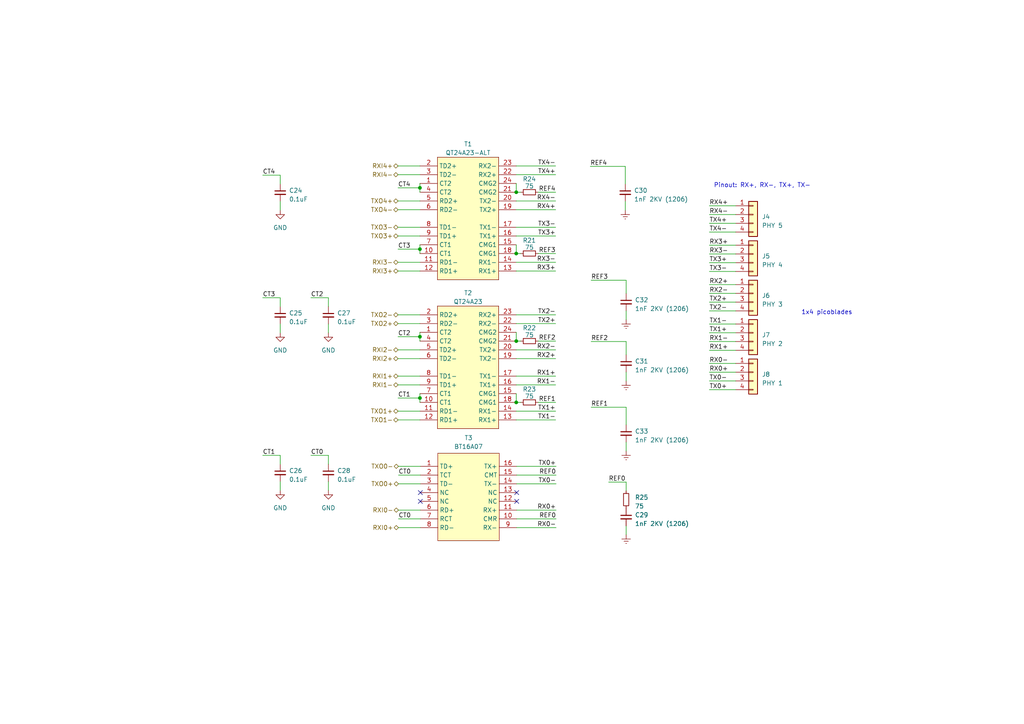
<source format=kicad_sch>
(kicad_sch (version 20230819) (generator eeschema)
  (paper "A4")
  (title_block (title "MUREX Ethernet Switch") (date "2023-09-01") (rev "V1.0") (company "MUREX Robotics [Byran Huang and Max Liu]") (comment 1 "utilizing the IC Plus IP175G and external magnetics") (comment 2 "Ultra-compact 5 port unmanaged ethernet switch") (comment 3 "// TECHNOLOGY FOR ALL.") (comment 4 "// ATTEMPT THE IMPOSSIBLE."))
  (lib_symbols
    (symbol "Connector_Generic:Conn_01x04" (pin_names (offset 1.016) hide)
      (property "Reference" "J" (at 0 5.08 0))
      (property "Value" "Conn_01x04" (at 0 -7.62 0))
      (symbol "Conn_01x04_1_1"
        (rectangle (start -1.27 -4.953) (end 0 -5.207) (stroke (width 0.1524)))
        (rectangle (start -1.27 -2.413) (end 0 -2.667) (stroke (width 0.1524)))
        (rectangle (start -1.27 0.127) (end 0 -0.127) (stroke (width 0.1524)))
        (rectangle (start -1.27 2.667) (end 0 2.413) (stroke (width 0.1524)))
        (rectangle (start -1.27 3.81) (end 1.27 -6.35) (stroke (width 0.254)) (fill (type background)))
        (pin passive line (at -5.08 2.54 0) (length 3.81) (name "Pin_1") (number "1"))
        (pin passive line (at -5.08 0 0) (length 3.81) (name "Pin_2") (number "2"))
        (pin passive line (at -5.08 -2.54 0) (length 3.81) (name "Pin_3") (number "3"))
        (pin passive line (at -5.08 -5.08 0) (length 3.81) (name "Pin_4") (number "4"))
      )
    )
    (symbol "Device:C_Small" (pin_numbers hide) (pin_names (offset 0.254) hide)
      (property "Reference" "C" (at 0.254 1.778 0))
      (property "Value" "C_Small" (at 0.254 -2.032 0))
      (symbol "C_Small_0_1"
        (polyline (pts (xy -1.524 -0.508) (xy 1.524 -0.508)) (stroke (width 0.3302)))
        (polyline (pts (xy -1.524 0.508) (xy 1.524 0.508)) (stroke (width 0.3048)))
      )
      (symbol "C_Small_1_1"
        (pin passive line (at 0 2.54 270) (length 2.032) (name "~") (number "1"))
        (pin passive line (at 0 -2.54 90) (length 2.032) (name "~") (number "2"))
      )
    )
    (symbol "Device:R_Small" (pin_numbers hide) (pin_names (offset 0.254) hide)
      (property "Reference" "R" (at 0.762 0.508 0))
      (property "Value" "R_Small" (at 0.762 -1.016 0))
      (symbol "R_Small_0_1"
        (rectangle (start -0.762 1.778) (end 0.762 -1.778) (stroke (width 0.2032)))
      )
      (symbol "R_Small_1_1"
        (pin passive line (at 0 2.54 270) (length 0.762) (name "~") (number "1"))
        (pin passive line (at 0 -2.54 90) (length 0.762) (name "~") (number "2"))
      )
    )
    (symbol "magnetics:dual-transformer"
      (property "Reference" "T" (at -7.62 19.05 0))
      (property "Value" "QT24A23" (at 0 -19.05 0))
      (symbol "dual-transformer_1_0"
        (pin unspecified line (at -13.97 10.16 0) (length 5.08) (name "CT2") (number "1"))
        (pin unspecified line (at -13.97 -10.16 0) (length 5.08) (name "CT1") (number "10"))
        (pin unspecified line (at -13.97 -12.7 0) (length 5.08) (name "RD1-") (number "11"))
        (pin unspecified line (at -13.97 -15.24 0) (length 5.08) (name "RD1+") (number "12"))
        (pin unspecified line (at 13.97 -15.24 180) (length 5.08) (name "RX1+") (number "13"))
        (pin unspecified line (at 13.97 -12.7 180) (length 5.08) (name "RX1-") (number "14"))
        (pin unspecified line (at 13.97 -7.62 180) (length 5.08) (name "CMG1") (number "15"))
        (pin unspecified line (at 13.97 -5.08 180) (length 5.08) (name "TX1+") (number "16"))
        (pin unspecified line (at 13.97 -2.54 180) (length 5.08) (name "TX1-") (number "17"))
        (pin unspecified line (at 13.97 -10.16 180) (length 5.08) (name "CMG1") (number "18"))
        (pin unspecified line (at 13.97 2.54 180) (length 5.08) (name "TX2-") (number "19"))
        (pin unspecified line (at -13.97 15.24 0) (length 5.08) (name "RD2+") (number "2"))
        (pin unspecified line (at 13.97 5.08 180) (length 5.08) (name "TX2+") (number "20"))
        (pin unspecified line (at 13.97 7.62 180) (length 5.08) (name "CMG2") (number "21"))
        (pin unspecified line (at 13.97 12.7 180) (length 5.08) (name "RX2-") (number "22"))
        (pin unspecified line (at 13.97 15.24 180) (length 5.08) (name "RX2+") (number "23"))
        (pin unspecified line (at 13.97 10.16 180) (length 5.08) (name "CMG2") (number "24"))
        (pin unspecified line (at -13.97 12.7 0) (length 5.08) (name "RD2-") (number "3"))
        (pin unspecified line (at -13.97 7.62 0) (length 5.08) (name "CT2") (number "4"))
        (pin unspecified line (at -13.97 5.08 0) (length 5.08) (name "TD2+") (number "5"))
        (pin unspecified line (at -13.97 2.54 0) (length 5.08) (name "TD2-") (number "6"))
        (pin unspecified line (at -13.97 -7.62 0) (length 5.08) (name "CT1") (number "7"))
        (pin unspecified line (at -13.97 -2.54 0) (length 5.08) (name "TD1-") (number "8"))
        (pin unspecified line (at -13.97 -5.08 0) (length 5.08) (name "TD1+") (number "9"))
      )
      (symbol "dual-transformer_1_1"
        (rectangle (start -8.89 17.78) (end 8.89 -17.78) (fill (type background)))
      )
    )
    (symbol "magnetics:dual-transformer-2"
      (property "Reference" "T" (at -7.62 19.05 0))
      (property "Value" "QT24A23-ALT" (at 0 -19.05 0))
      (symbol "dual-transformer-2_1_0"
        (pin unspecified line (at -13.97 10.16 0) (length 5.08) (name "CT2") (number "1"))
        (pin unspecified line (at -13.97 -10.16 0) (length 5.08) (name "CT1") (number "10"))
        (pin unspecified line (at -13.97 -12.7 0) (length 5.08) (name "RD1-") (number "11"))
        (pin unspecified line (at -13.97 -15.24 0) (length 5.08) (name "RD1+") (number "12"))
        (pin unspecified line (at 13.97 -15.24 180) (length 5.08) (name "RX1+") (number "13"))
        (pin unspecified line (at 13.97 -12.7 180) (length 5.08) (name "RX1-") (number "14"))
        (pin unspecified line (at 13.97 -7.62 180) (length 5.08) (name "CMG1") (number "15"))
        (pin unspecified line (at 13.97 -5.08 180) (length 5.08) (name "TX1+") (number "16"))
        (pin unspecified line (at 13.97 -2.54 180) (length 5.08) (name "TX1-") (number "17"))
        (pin unspecified line (at 13.97 -10.16 180) (length 5.08) (name "CMG1") (number "18"))
        (pin unspecified line (at 13.97 2.54 180) (length 5.08) (name "TX2+") (number "19"))
        (pin unspecified line (at -13.97 15.24 0) (length 5.08) (name "TD2+") (number "2"))
        (pin unspecified line (at 13.97 5.08 180) (length 5.08) (name "TX2-") (number "20"))
        (pin unspecified line (at 13.97 7.62 180) (length 5.08) (name "CMG2") (number "21"))
        (pin unspecified line (at 13.97 12.7 180) (length 5.08) (name "RX2+") (number "22"))
        (pin unspecified line (at 13.97 15.24 180) (length 5.08) (name "RX2-") (number "23"))
        (pin unspecified line (at 13.97 10.16 180) (length 5.08) (name "CMG2") (number "24"))
        (pin unspecified line (at -13.97 12.7 0) (length 5.08) (name "TD2-") (number "3"))
        (pin unspecified line (at -13.97 7.62 0) (length 5.08) (name "CT2") (number "4"))
        (pin unspecified line (at -13.97 5.08 0) (length 5.08) (name "RD2+") (number "5"))
        (pin unspecified line (at -13.97 2.54 0) (length 5.08) (name "RD2-") (number "6"))
        (pin unspecified line (at -13.97 -7.62 0) (length 5.08) (name "CT1") (number "7"))
        (pin unspecified line (at -13.97 -2.54 0) (length 5.08) (name "TD1-") (number "8"))
        (pin unspecified line (at -13.97 -5.08 0) (length 5.08) (name "TD1+") (number "9"))
      )
      (symbol "dual-transformer-2_1_1"
        (rectangle (start -8.89 17.78) (end 8.89 -17.78) (fill (type background)))
      )
    )
    (symbol "magnetics:single-transformer"
      (property "Reference" "U" (at -7.62 13.97 0))
      (property "Value" "BT16A07" (at 0 -15.24 0))
      (symbol "single-transformer_1_0"
        (pin unspecified line (at -13.97 8.89 0) (length 5.08) (name "TD+") (number "1"))
        (pin unspecified line (at 13.97 -6.35 180) (length 5.08) (name "CMR") (number "10"))
        (pin unspecified line (at 13.97 -3.81 180) (length 5.08) (name "RX+") (number "11"))
        (pin unspecified line (at 13.97 -1.27 180) (length 5.08) (name "NC") (number "12"))
        (pin unspecified line (at 13.97 1.27 180) (length 5.08) (name "NC") (number "13"))
        (pin unspecified line (at 13.97 3.81 180) (length 5.08) (name "TX-") (number "14"))
        (pin unspecified line (at 13.97 6.35 180) (length 5.08) (name "CMT") (number "15"))
        (pin unspecified line (at 13.97 8.89 180) (length 5.08) (name "TX+") (number "16"))
        (pin unspecified line (at -13.97 6.35 0) (length 5.08) (name "TCT") (number "2"))
        (pin unspecified line (at -13.97 3.81 0) (length 5.08) (name "TD-") (number "3"))
        (pin unspecified line (at -13.97 1.27 0) (length 5.08) (name "NC") (number "4"))
        (pin unspecified line (at -13.97 -1.27 0) (length 5.08) (name "NC") (number "5"))
        (pin unspecified line (at -13.97 -3.81 0) (length 5.08) (name "RD+") (number "6"))
        (pin unspecified line (at -13.97 -6.35 0) (length 5.08) (name "RCT") (number "7"))
        (pin unspecified line (at -13.97 -8.89 0) (length 5.08) (name "RD-") (number "8"))
        (pin unspecified line (at 13.97 -8.89 180) (length 5.08) (name "RX-") (number "9"))
      )
      (symbol "single-transformer_1_1"
        (rectangle (start -8.89 12.7) (end 8.89 -12.7) (fill (type background)))
      )
    )
    (symbol "power:Earth" (power) (pin_names (offset 0))
      (symbol "Earth_0_1"
        (polyline (pts (xy -0.635 -1.905) (xy 0.635 -1.905)))
        (polyline (pts (xy -0.127 -2.54) (xy 0.127 -2.54)))
        (polyline (pts (xy 0 -1.27) (xy 0 0)))
        (polyline (pts (xy 1.27 -1.27) (xy -1.27 -1.27)))
      )
      (symbol "Earth_1_1"
        (pin power_in line (at 0 0 270) (length 0) hide (name "Earth") (number "1"))
      )
    )
    (symbol "power:GND" (power) (pin_names (offset 0))
      (property "Value" "GND" (at 0 -3.81 0))
      (symbol "GND_0_1"
        (polyline (pts (xy 0 0) (xy 0 -1.27) (xy 1.27 -1.27) (xy 0 -2.54) (xy -1.27 -1.27) (xy 0 -1.27)))
      )
      (symbol "GND_1_1"
        (pin power_in line (at 0 0 270) (length 0) hide (name "GND") (number "1"))
      )
    )
  )
  (junction (at 149.733 98.933))
  (junction (at 149.733 73.533))
  (junction (at 121.793 72.263))
  (junction (at 149.733 116.713))
  (junction (at 121.793 115.443))
  (junction (at 149.733 55.753))
  (junction (at 121.793 97.663))
  (junction (at 121.793 54.483))
  (no_connect (at 121.92 142.875))
  (no_connect (at 149.86 142.875))
  (no_connect (at 149.86 145.415))
  (no_connect (at 121.92 145.415))
  (wire (pts (xy 181.61 118.11) (xy 181.61 123.19)))
  (wire (pts (xy 156.083 73.533) (xy 161.163 73.533)))
  (wire (pts (xy 115.443 58.293) (xy 121.793 58.293)))
  (wire (pts (xy 205.74 87.63) (xy 213.36 87.63)))
  (wire (pts (xy 76.2 50.8) (xy 81.28 50.8)))
  (wire (pts (xy 151.003 116.713) (xy 149.733 116.713)))
  (wire (pts (xy 151.003 98.933) (xy 149.733 98.933)))
  (wire (pts (xy 181.356 58.42) (xy 181.356 60.96)))
  (wire (pts (xy 149.86 147.955) (xy 161.29 147.955)))
  (wire (pts (xy 121.793 72.263) (xy 121.793 73.533)))
  (wire (pts (xy 115.443 54.483) (xy 121.793 54.483)))
  (wire (pts (xy 115.443 48.133) (xy 121.793 48.133)))
  (wire (pts (xy 76.2 86.36) (xy 81.28 86.36)))
  (wire (pts (xy 171.45 99.06) (xy 181.61 99.06)))
  (wire (pts (xy 149.733 58.293) (xy 161.163 58.293)))
  (wire (pts (xy 205.74 64.77) (xy 213.36 64.77)))
  (wire (pts (xy 149.733 48.133) (xy 161.163 48.133)))
  (wire (pts (xy 205.74 93.98) (xy 213.36 93.98)))
  (wire (pts (xy 205.74 113.03) (xy 213.36 113.03)))
  (wire (pts (xy 205.74 101.6) (xy 213.36 101.6)))
  (wire (pts (xy 95.25 139.7) (xy 95.25 142.24)))
  (wire (pts (xy 205.74 76.2) (xy 213.36 76.2)))
  (wire (pts (xy 149.733 93.853) (xy 161.163 93.853)))
  (wire (pts (xy 205.74 73.66) (xy 213.36 73.66)))
  (wire (pts (xy 181.61 139.827) (xy 181.61 142.367)))
  (wire (pts (xy 115.443 93.853) (xy 121.793 93.853)))
  (wire (pts (xy 181.61 81.28) (xy 181.61 85.09)))
  (wire (pts (xy 81.28 50.8) (xy 81.28 53.34)))
  (wire (pts (xy 149.733 73.533) (xy 151.003 73.533)))
  (wire (pts (xy 76.2 132.08) (xy 81.28 132.08)))
  (wire (pts (xy 181.61 99.06) (xy 181.61 102.87)))
  (wire (pts (xy 149.733 111.633) (xy 161.163 111.633)))
  (wire (pts (xy 115.443 97.663) (xy 121.793 97.663)))
  (wire (pts (xy 121.793 70.993) (xy 121.793 72.263)))
  (wire (pts (xy 149.86 140.335) (xy 161.29 140.335)))
  (wire (pts (xy 205.74 62.23) (xy 213.36 62.23)))
  (wire (pts (xy 81.28 58.42) (xy 81.28 60.96)))
  (wire (pts (xy 121.793 54.483) (xy 121.793 55.753)))
  (wire (pts (xy 149.733 109.093) (xy 161.163 109.093)))
  (wire (pts (xy 115.443 65.913) (xy 121.793 65.913)))
  (wire (pts (xy 205.74 105.41) (xy 213.36 105.41)))
  (wire (pts (xy 81.28 86.36) (xy 81.28 88.9)))
  (wire (pts (xy 121.793 53.213) (xy 121.793 54.483)))
  (wire (pts (xy 149.733 121.793) (xy 161.163 121.793)))
  (wire (pts (xy 149.733 91.313) (xy 161.163 91.313)))
  (wire (pts (xy 149.733 116.713) (xy 149.733 114.173)))
  (wire (pts (xy 205.74 107.95) (xy 213.36 107.95)))
  (wire (pts (xy 149.86 137.795) (xy 161.29 137.795)))
  (wire (pts (xy 81.28 139.7) (xy 81.28 142.24)))
  (wire (pts (xy 149.733 50.673) (xy 161.163 50.673)))
  (wire (pts (xy 181.61 90.17) (xy 181.61 92.71)))
  (wire (pts (xy 205.74 71.12) (xy 213.36 71.12)))
  (wire (pts (xy 121.793 115.443) (xy 121.793 116.713)))
  (wire (pts (xy 205.74 82.55) (xy 213.36 82.55)))
  (wire (pts (xy 121.793 114.173) (xy 121.793 115.443)))
  (wire (pts (xy 205.74 110.49) (xy 213.36 110.49)))
  (wire (pts (xy 121.793 97.663) (xy 121.793 98.933)))
  (wire (pts (xy 149.733 96.393) (xy 149.733 98.933)))
  (wire (pts (xy 81.28 132.08) (xy 81.28 134.62)))
  (wire (pts (xy 181.356 48.26) (xy 181.356 53.34)))
  (wire (pts (xy 149.86 150.495) (xy 161.29 150.495)))
  (wire (pts (xy 156.083 116.713) (xy 161.163 116.713)))
  (wire (pts (xy 205.74 96.52) (xy 213.36 96.52)))
  (wire (pts (xy 149.733 119.253) (xy 161.163 119.253)))
  (wire (pts (xy 115.57 137.795) (xy 121.92 137.795)))
  (wire (pts (xy 115.57 147.955) (xy 121.92 147.955)))
  (wire (pts (xy 149.733 101.473) (xy 161.163 101.473)))
  (wire (pts (xy 90.17 86.36) (xy 95.25 86.36)))
  (wire (pts (xy 115.443 104.013) (xy 121.793 104.013)))
  (wire (pts (xy 176.53 139.827) (xy 181.61 139.827)))
  (wire (pts (xy 115.443 109.093) (xy 121.793 109.093)))
  (wire (pts (xy 115.443 101.473) (xy 121.793 101.473)))
  (wire (pts (xy 115.443 72.263) (xy 121.793 72.263)))
  (wire (pts (xy 149.733 55.753) (xy 151.003 55.753)))
  (wire (pts (xy 115.57 153.035) (xy 121.92 153.035)))
  (wire (pts (xy 205.74 67.31) (xy 213.36 67.31)))
  (wire (pts (xy 149.733 78.613) (xy 161.163 78.613)))
  (wire (pts (xy 115.443 60.833) (xy 121.793 60.833)))
  (wire (pts (xy 81.28 93.98) (xy 81.28 96.52)))
  (wire (pts (xy 95.25 132.08) (xy 95.25 134.62)))
  (wire (pts (xy 205.74 59.69) (xy 213.36 59.69)))
  (wire (pts (xy 149.733 70.993) (xy 149.733 73.533)))
  (wire (pts (xy 115.443 121.793) (xy 121.793 121.793)))
  (wire (pts (xy 205.74 78.74) (xy 213.36 78.74)))
  (wire (pts (xy 115.443 119.253) (xy 121.793 119.253)))
  (wire (pts (xy 149.733 104.013) (xy 161.163 104.013)))
  (wire (pts (xy 115.57 140.335) (xy 121.92 140.335)))
  (wire (pts (xy 149.86 135.255) (xy 161.29 135.255)))
  (wire (pts (xy 171.45 118.11) (xy 181.61 118.11)))
  (wire (pts (xy 205.74 90.17) (xy 213.36 90.17)))
  (wire (pts (xy 115.57 135.255) (xy 121.92 135.255)))
  (wire (pts (xy 115.443 111.633) (xy 121.793 111.633)))
  (wire (pts (xy 95.25 93.98) (xy 95.25 96.52)))
  (wire (pts (xy 156.083 98.933) (xy 161.163 98.933)))
  (wire (pts (xy 171.45 81.28) (xy 181.61 81.28)))
  (wire (pts (xy 115.443 68.453) (xy 121.793 68.453)))
  (wire (pts (xy 205.74 85.09) (xy 213.36 85.09)))
  (wire (pts (xy 149.733 76.073) (xy 161.163 76.073)))
  (wire (pts (xy 115.443 115.443) (xy 121.793 115.443)))
  (wire (pts (xy 149.733 53.213) (xy 149.733 55.753)))
  (wire (pts (xy 115.443 91.313) (xy 121.793 91.313)))
  (wire (pts (xy 115.443 78.613) (xy 121.793 78.613)))
  (wire (pts (xy 149.733 60.833) (xy 161.163 60.833)))
  (wire (pts (xy 115.443 50.673) (xy 121.793 50.673)))
  (wire (pts (xy 205.74 99.06) (xy 213.36 99.06)))
  (wire (pts (xy 90.17 132.08) (xy 95.25 132.08)))
  (wire (pts (xy 171.196 48.26) (xy 181.356 48.26)))
  (wire (pts (xy 181.61 107.95) (xy 181.61 110.49)))
  (wire (pts (xy 115.443 76.073) (xy 121.793 76.073)))
  (wire (pts (xy 156.083 55.753) (xy 161.163 55.753)))
  (wire (pts (xy 181.61 128.27) (xy 181.61 130.81)))
  (wire (pts (xy 181.61 152.527) (xy 181.61 155.067)))
  (wire (pts (xy 149.86 153.035) (xy 161.29 153.035)))
  (wire (pts (xy 149.733 68.453) (xy 161.163 68.453)))
  (wire (pts (xy 121.793 96.393) (xy 121.793 97.663)))
  (wire (pts (xy 95.25 86.36) (xy 95.25 88.9)))
  (wire (pts (xy 115.57 150.495) (xy 121.92 150.495)))
  (wire (pts (xy 149.733 65.913) (xy 161.163 65.913)))
  (text "Pinout: RX+, RX-, TX+, TX-" (at 207.01 54.61 0) (effects (font (size 1.27 1.27)) (justify left bottom)))
  (text "1x4 picoblades" (at 232.41 91.44 0) (effects (font (size 1.27 1.27)) (justify left bottom)))
  (label "TX2+" (at 161.163 93.853 180))
  (label "CT4" (at 115.443 54.483 0))
  (label "RX3+" (at 205.74 71.12 0))
  (label "TX0-" (at 205.74 110.49 0))
  (label "REF0" (at 176.53 139.827 0))
  (label "TX4+" (at 205.74 64.77 0))
  (label "TX4-" (at 161.163 48.133 180))
  (label "RX0+" (at 161.29 147.955 180))
  (label "REF1" (at 171.45 118.11 0))
  (label "TX1+" (at 205.74 96.52 0))
  (label "RX1+" (at 161.163 109.093 180))
  (label "RX3+" (at 161.163 78.613 180))
  (label "RX2-" (at 161.163 101.473 180))
  (label "TX0+" (at 161.29 135.255 180))
  (label "RX2-" (at 205.74 85.09 0))
  (label "TX1+" (at 161.163 119.253 180))
  (label "TX1-" (at 161.163 121.793 180))
  (label "CT3" (at 76.2 86.36 0))
  (label "REF1" (at 161.163 116.713 180))
  (label "RX1-" (at 205.74 99.06 0))
  (label "RX4-" (at 161.163 58.293 180))
  (label "CT4" (at 76.2 50.8 0))
  (label "RX1-" (at 161.163 111.633 180))
  (label "RX1+" (at 205.74 101.6 0))
  (label "TX3-" (at 161.163 65.913 180))
  (label "TX2-" (at 205.74 90.17 0))
  (label "TX0+" (at 205.74 113.03 0))
  (label "RX4+" (at 161.163 60.833 180))
  (label "TX4-" (at 205.74 67.31 0))
  (label "RX2+" (at 205.74 82.55 0))
  (label "CT3" (at 115.443 72.263 0))
  (label "RX0-" (at 161.29 153.035 180))
  (label "REF3" (at 161.163 73.533 180))
  (label "REF0" (at 161.29 150.495 180))
  (label "REF2" (at 161.163 98.933 180))
  (label "CT0" (at 115.57 150.495 0))
  (label "TX0-" (at 161.29 140.335 180))
  (label "TX2-" (at 161.163 91.313 180))
  (label "CT1" (at 115.443 115.443 0))
  (label "RX3-" (at 161.163 76.073 180))
  (label "RX0+" (at 205.74 107.95 0))
  (label "REF4" (at 161.163 55.753 180))
  (label "CT2" (at 90.17 86.36 0))
  (label "RX3-" (at 205.74 73.66 0))
  (label "CT0" (at 115.57 137.795 0))
  (label "CT0" (at 90.17 132.08 0))
  (label "TX2+" (at 205.74 87.63 0))
  (label "RX2+" (at 161.163 104.013 180))
  (label "REF2" (at 171.45 99.06 0))
  (label "REF0" (at 161.29 137.795 180))
  (label "CT2" (at 115.443 97.663 0))
  (label "TX3+" (at 205.74 76.2 0))
  (label "RX0-" (at 205.74 105.41 0))
  (label "REF3" (at 171.45 81.28 0))
  (label "TX4+" (at 161.163 50.673 180))
  (label "TX3-" (at 205.74 78.74 0))
  (label "CT1" (at 76.2 132.08 0))
  (label "RX4-" (at 205.74 62.23 0))
  (label "TX1-" (at 205.74 93.98 0))
  (label "REF4" (at 171.196 48.26 0))
  (label "RX4+" (at 205.74 59.69 0))
  (label "TX3+" (at 161.163 68.453 180))
  (hierarchical_label "TXO1+" (shape bidirectional) (at 115.443 119.253 180))
  (hierarchical_label "RXI2+" (shape bidirectional) (at 115.443 104.013 180))
  (hierarchical_label "TXO2-" (shape bidirectional) (at 115.443 91.313 180))
  (hierarchical_label "RXI1-" (shape bidirectional) (at 115.443 111.633 180))
  (hierarchical_label "RXI4-" (shape bidirectional) (at 115.443 50.673 180))
  (hierarchical_label "RXI3-" (shape bidirectional) (at 115.443 76.073 180))
  (hierarchical_label "TXO3+" (shape bidirectional) (at 115.443 68.453 180))
  (hierarchical_label "TXO3-" (shape bidirectional) (at 115.443 65.913 180))
  (hierarchical_label "RXI3+" (shape bidirectional) (at 115.443 78.613 180))
  (hierarchical_label "TXO0-" (shape bidirectional) (at 115.57 135.255 180))
  (hierarchical_label "TXO0+" (shape bidirectional) (at 115.57 140.335 180))
  (hierarchical_label "RXI0-" (shape bidirectional) (at 115.57 147.955 180))
  (hierarchical_label "RXI0+" (shape bidirectional) (at 115.57 153.035 180))
  (hierarchical_label "TXO1-" (shape bidirectional) (at 115.443 121.793 180))
  (hierarchical_label "RXI2-" (shape bidirectional) (at 115.443 101.473 180))
  (hierarchical_label "RXI1+" (shape bidirectional) (at 115.443 109.093 180))
  (hierarchical_label "TXO4-" (shape bidirectional) (at 115.443 60.833 180))
  (hierarchical_label "RXI4+" (shape bidirectional) (at 115.443 48.133 180))
  (hierarchical_label "TXO2+" (shape bidirectional) (at 115.443 93.853 180))
  (hierarchical_label "TXO4+" (shape bidirectional) (at 115.443 58.293 180))
  (symbol (lib_id "Device:C_Small") (at 81.28 137.16 0) (unit 1)
    (property "Reference" "C26" (at 83.82 136.5313 0) (effects (justify left)))
    (property "Value" "0.1uF" (at 83.82 139.0713 0) (effects (justify left)))
    (property "Footprint" "Capacitor_SMD:C_0402_1005Metric" (effects hide))
  )
  (symbol (lib_id "Device:C_Small") (at 181.61 149.987 0) (unit 1)
    (property "Reference" "C29" (at 184.15 149.3583 0) (effects (justify left)))
    (property "Value" "1nF 2KV (1206)" (at 184.15 151.8983 0) (effects (justify left)))
    (property "Footprint" "Capacitor_SMD:C_1206_3216Metric" (effects hide))
  )
  (symbol (lib_id "Device:C_Small") (at 181.356 55.88 0) (unit 1)
    (property "Reference" "C30" (at 183.896 55.2513 0) (effects (justify left)))
    (property "Value" "1nF 2KV (1206)" (at 183.896 57.7913 0) (effects (justify left)))
    (property "Footprint" "Capacitor_SMD:C_1206_3216Metric" (effects hide))
  )
  (symbol (lib_id "Device:C_Small") (at 181.61 87.63 0) (unit 1)
    (property "Reference" "C32" (at 184.15 87.0013 0) (effects (justify left)))
    (property "Value" "1nF 2KV (1206)" (at 184.15 89.5413 0) (effects (justify left)))
    (property "Footprint" "Capacitor_SMD:C_1206_3216Metric" (effects hide))
  )
  (symbol (lib_id "power:Earth") (at 181.61 110.49 0) (unit 1)
    (property "Reference" "#PWR040" (effects hide))
    (property "Value" "Earth" (effects hide))
  )
  (symbol (lib_id "Device:R_Small") (at 153.543 116.713 90) (unit 1)
    (property "Reference" "R23" (at 153.543 112.903 90))
    (property "Value" "75" (at 153.543 114.9403 90))
    (property "Footprint" "Resistor_SMD:R_0402_1005Metric" (effects hide))
  )
  (symbol (lib_id "Device:C_Small") (at 81.28 55.88 0) (unit 1)
    (property "Reference" "C24" (at 83.82 55.2513 0) (effects (justify left)))
    (property "Value" "0.1uF" (at 83.82 57.7913 0) (effects (justify left)))
    (property "Footprint" "Capacitor_SMD:C_0402_1005Metric" (effects hide))
  )
  (symbol (lib_id "power:Earth") (at 181.61 155.067 0) (unit 1)
    (property "Reference" "#PWR038" (effects hide))
    (property "Value" "Earth" (effects hide))
  )
  (symbol (lib_id "power:GND") (at 81.28 96.52 0) (unit 1)
    (property "Reference" "#PWR034" (effects hide))
    (property "Value" "GND" (at 81.28 101.6 0))
  )
  (symbol (lib_id "Connector_Generic:Conn_01x04") (at 218.44 73.66 0) (unit 1)
    (property "Reference" "J5" (at 220.98 74.295 0) (effects (justify left)))
    (property "Value" "PHY 4" (at 220.98 76.835 0) (effects (justify left)))
    (property "Footprint" "Connector_Molex:Molex_PicoBlade_53047-0410_1x04_P1.25mm_Vertical" (effects hide))
  )
  (symbol (lib_id "Device:R_Small") (at 153.543 73.533 90) (unit 1)
    (property "Reference" "R21" (at 153.543 69.723 90))
    (property "Value" "75" (at 153.543 71.7603 90))
    (property "Footprint" "Resistor_SMD:R_0402_1005Metric" (effects hide))
  )
  (symbol (lib_id "magnetics:dual-transformer-2") (at 135.763 63.373 0) (unit 1)
    (property "Reference" "T1" (at 135.763 41.783 0))
    (property "Value" "QT24A23-ALT" (at 135.763 44.323 0))
    (property "Footprint" "QT24A23:QT24A23" (effects hide))
  )
  (symbol (lib_id "magnetics:single-transformer") (at 135.89 144.145 0) (unit 1)
    (property "Reference" "T3" (at 135.89 127 0))
    (property "Value" "BT16A07" (at 135.89 129.54 0))
    (property "Footprint" "BT16A07:BT16A07" (effects hide))
  )
  (symbol (lib_id "power:GND") (at 81.28 142.24 0) (unit 1)
    (property "Reference" "#PWR035" (effects hide))
    (property "Value" "GND" (at 81.28 147.32 0))
  )
  (symbol (lib_id "power:Earth") (at 181.61 130.81 0) (unit 1)
    (property "Reference" "#PWR042" (effects hide))
    (property "Value" "Earth" (effects hide))
  )
  (symbol (lib_id "Device:C_Small") (at 95.25 137.16 0) (unit 1)
    (property "Reference" "C28" (at 97.79 136.5313 0) (effects (justify left)))
    (property "Value" "0.1uF" (at 97.79 139.0713 0) (effects (justify left)))
    (property "Footprint" "Capacitor_SMD:C_0402_1005Metric" (effects hide))
  )
  (symbol (lib_id "power:Earth") (at 181.61 92.71 0) (unit 1)
    (property "Reference" "#PWR041" (effects hide))
    (property "Value" "Earth" (effects hide))
  )
  (symbol (lib_id "Connector_Generic:Conn_01x04") (at 218.44 107.95 0) (unit 1)
    (property "Reference" "J8" (at 220.98 108.585 0) (effects (justify left)))
    (property "Value" "PHY 1" (at 220.98 111.125 0) (effects (justify left)))
    (property "Footprint" "Connector_Molex:Molex_PicoBlade_53047-0410_1x04_P1.25mm_Vertical" (effects hide))
  )
  (symbol (lib_id "power:GND") (at 95.25 142.24 0) (unit 1)
    (property "Reference" "#PWR037" (effects hide))
    (property "Value" "GND" (at 95.25 147.32 0))
  )
  (symbol (lib_id "magnetics:dual-transformer") (at 135.763 106.553 0) (unit 1)
    (property "Reference" "T2" (at 135.763 84.963 0))
    (property "Value" "QT24A23" (at 135.763 87.503 0))
    (property "Footprint" "QT24A23:QT24A23" (effects hide))
  )
  (symbol (lib_id "power:GND") (at 95.25 96.52 0) (unit 1)
    (property "Reference" "#PWR036" (effects hide))
    (property "Value" "GND" (at 95.25 101.6 0))
  )
  (symbol (lib_id "Device:C_Small") (at 81.28 91.44 0) (unit 1)
    (property "Reference" "C25" (at 83.82 90.8113 0) (effects (justify left)))
    (property "Value" "0.1uF" (at 83.82 93.3513 0) (effects (justify left)))
    (property "Footprint" "Capacitor_SMD:C_0402_1005Metric" (effects hide))
  )
  (symbol (lib_id "power:GND") (at 81.28 60.96 0) (unit 1)
    (property "Reference" "#PWR033" (effects hide))
    (property "Value" "GND" (at 81.28 66.04 0))
  )
  (symbol (lib_id "power:Earth") (at 181.356 60.96 0) (unit 1)
    (property "Reference" "#PWR039" (effects hide))
    (property "Value" "Earth" (effects hide))
  )
  (symbol (lib_id "Device:R_Small") (at 153.543 55.753 90) (unit 1)
    (property "Reference" "R24" (at 153.543 51.943 90))
    (property "Value" "75" (at 153.543 53.9803 90))
    (property "Footprint" "Resistor_SMD:R_0402_1005Metric" (effects hide))
  )
  (symbol (lib_id "Device:R_Small") (at 153.543 98.933 90) (unit 1)
    (property "Reference" "R22" (at 153.543 95.123 90))
    (property "Value" "75" (at 153.543 97.1603 90))
    (property "Footprint" "Resistor_SMD:R_0402_1005Metric" (effects hide))
  )
  (symbol (lib_id "Device:C_Small") (at 181.61 105.41 0) (unit 1)
    (property "Reference" "C31" (at 184.15 104.7813 0) (effects (justify left)))
    (property "Value" "1nF 2KV (1206)" (at 184.15 107.3213 0) (effects (justify left)))
    (property "Footprint" "Capacitor_SMD:C_1206_3216Metric" (effects hide))
  )
  (symbol (lib_id "Connector_Generic:Conn_01x04") (at 218.44 96.52 0) (unit 1)
    (property "Reference" "J7" (at 220.98 97.155 0) (effects (justify left)))
    (property "Value" "PHY 2" (at 220.98 99.695 0) (effects (justify left)))
    (property "Footprint" "Connector_Molex:Molex_PicoBlade_53047-0410_1x04_P1.25mm_Vertical" (effects hide))
  )
  (symbol (lib_id "Device:R_Small") (at 181.61 144.907 0) (unit 1)
    (property "Reference" "R25" (at 184.15 144.272 0) (effects (justify left)))
    (property "Value" "75" (at 184.15 146.812 0) (effects (justify left)))
    (property "Footprint" "Resistor_SMD:R_0402_1005Metric" (effects hide))
  )
  (symbol (lib_id "Connector_Generic:Conn_01x04") (at 218.44 62.23 0) (unit 1)
    (property "Reference" "J4" (at 220.98 62.865 0) (effects (justify left)))
    (property "Value" "PHY 5" (at 220.98 65.405 0) (effects (justify left)))
    (property "Footprint" "Connector_Molex:Molex_PicoBlade_53047-0410_1x04_P1.25mm_Vertical" (effects hide))
  )
  (symbol (lib_id "Connector_Generic:Conn_01x04") (at 218.44 85.09 0) (unit 1)
    (property "Reference" "J6" (at 220.98 85.725 0) (effects (justify left)))
    (property "Value" "PHY 3" (at 220.98 88.265 0) (effects (justify left)))
    (property "Footprint" "Connector_Molex:Molex_PicoBlade_53047-0410_1x04_P1.25mm_Vertical" (effects hide))
  )
  (symbol (lib_id "Device:C_Small") (at 95.25 91.44 0) (unit 1)
    (property "Reference" "C27" (at 97.79 90.8113 0) (effects (justify left)))
    (property "Value" "0.1uF" (at 97.79 93.3513 0) (effects (justify left)))
    (property "Footprint" "Capacitor_SMD:C_0402_1005Metric" (effects hide))
  )
  (symbol (lib_id "Device:C_Small") (at 181.61 125.73 0) (unit 1)
    (property "Reference" "C33" (at 184.15 125.1013 0) (effects (justify left)))
    (property "Value" "1nF 2KV (1206)" (at 184.15 127.6413 0) (effects (justify left)))
    (property "Footprint" "Capacitor_SMD:C_1206_3216Metric" (effects hide))
  )
)
</source>
